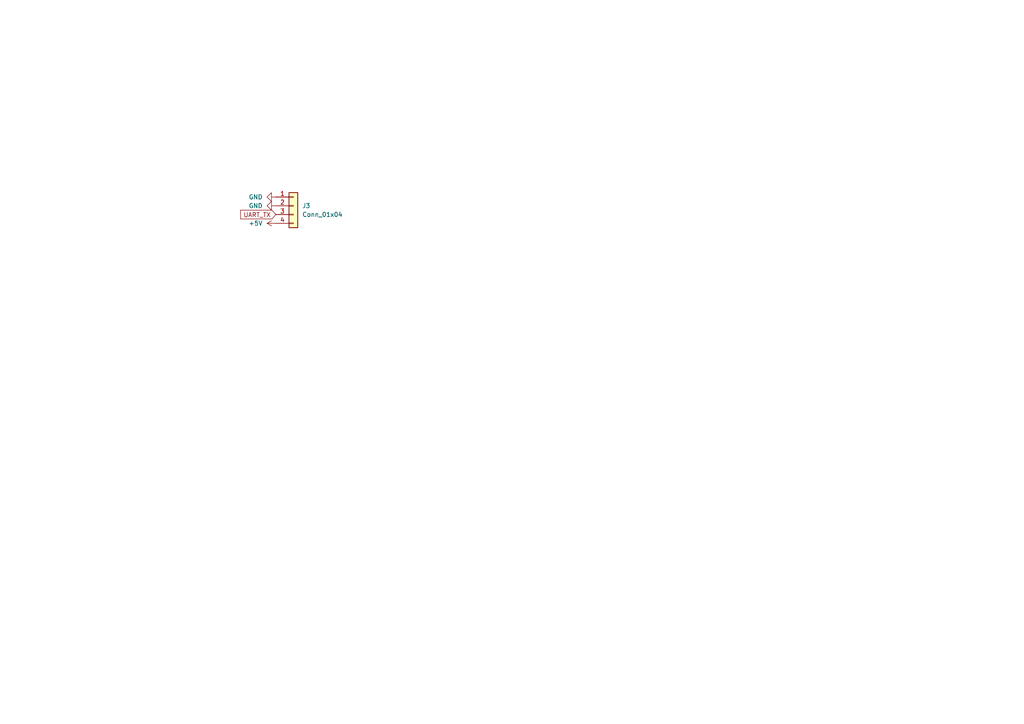
<source format=kicad_sch>
(kicad_sch (version 20250114) (generator "eeschema") (generator_version "9.0")
  (paper "A4")
  (lib_symbols
    (symbol "Connector_Generic:Conn_01x04" (pin_names (offset 1.016) (hide yes))
      (property "Reference" "J" (at 0 5.08 0))
      (property "Value" "Conn_01x04" (at 0 -7.62 0))
      (symbol "Conn_01x04_1_1"
        (rectangle (start -1.27 3.81) (end 1.27 -6.35) (stroke (width 0.254)) (fill (type background)))
        (rectangle (start -1.27 2.667) (end 0 2.413) (stroke (width 0.1524)))
        (rectangle (start -1.27 0.127) (end 0 -0.127) (stroke (width 0.1524)))
        (rectangle (start -1.27 -2.413) (end 0 -2.667) (stroke (width 0.1524)))
        (rectangle (start -1.27 -4.953) (end 0 -5.207) (stroke (width 0.1524)))
        (pin passive line (at -5.08 2.54 0) (length 3.81) (name "Pin_1") (number "1"))
        (pin passive line (at -5.08 0 0) (length 3.81) (name "Pin_2") (number "2"))
        (pin passive line (at -5.08 -2.54 0) (length 3.81) (name "Pin_3") (number "3"))
        (pin passive line (at -5.08 -5.08 0) (length 3.81) (name "Pin_4") (number "4"))
      )
    )
    (symbol "power:+5V" (power) (pin_numbers (hide yes)) (pin_names (offset 0) (hide yes))
      (property "Value" "+5V" (at 0 3.556 0))
      (symbol "+5V_0_1"
        (polyline (pts (xy -0.762 1.27) (xy 0 2.54)))
        (polyline (pts (xy 0 2.54) (xy 0.762 1.27)))
        (polyline (pts (xy 0 0) (xy 0 2.54)))
      )
      (symbol "+5V_1_1"
        (pin power_in line (at 0 0 90) (length 0) (name "~") (number "1"))
      )
    )
    (symbol "power:GND" (power) (pin_numbers (hide yes)) (pin_names (offset 0) (hide yes))
      (property "Value" "GND" (at 0 -3.81 0))
      (symbol "GND_0_1"
        (polyline (pts (xy 0 0) (xy 0 -1.27) (xy 1.27 -1.27) (xy 0 -2.54) (xy -1.27 -1.27) (xy 0 -1.27)))
      )
      (symbol "GND_1_1"
        (pin power_in line (at 0 0 270) (length 0) (name "~") (number "1"))
      )
    )
  )
  (global_label "UART_TX" (shape input) (at 80.01 62.23 180) (property "Intersheetrefs" "${INTERSHEET_REFS}" (effects (hide yes))))
  (symbol (lib_id "power:+5V") (at 80.01 64.77 90) (unit 1)
    (property "Reference" "#PWR024" (effects (hide yes)))
    (property "Value" "+5V" (at 76.2 64.7699 90) (effects (justify left)))
    (property "Description" "Power symbol creates a global label with name \"+5V\"" (effects (hide yes)))
  )
  (symbol (lib_id "Connector_Generic:Conn_01x04") (at 85.09 59.69 0) (unit 1)
    (property "Reference" "J3" (at 87.63 59.6899 0) (effects (justify left)))
    (property "Value" "Conn_01x04" (at 87.63 62.2299 0) (effects (justify left)))
    (property "Description" "Generic connector, single row, 01x04, script generated (kicad-library-utils/schlib/autogen/connector/)" (effects (hide yes)))
  )
  (symbol (lib_id "power:GND") (at 80.01 57.15 270) (unit 1)
    (property "Reference" "#PWR032" (effects (hide yes)))
    (property "Value" "GND" (at 76.2 57.1499 90) (effects (justify right)))
    (property "Description" "Power symbol creates a global label with name \"GND\" , ground" (effects (hide yes)))
  )
  (symbol (lib_id "power:GND") (at 80.01 59.69 270) (unit 1)
    (property "Reference" "#PWR025" (effects (hide yes)))
    (property "Value" "GND" (at 76.2 59.6899 90) (effects (justify right)))
    (property "Description" "Power symbol creates a global label with name \"GND\" , ground" (effects (hide yes)))
  )
)
</source>
